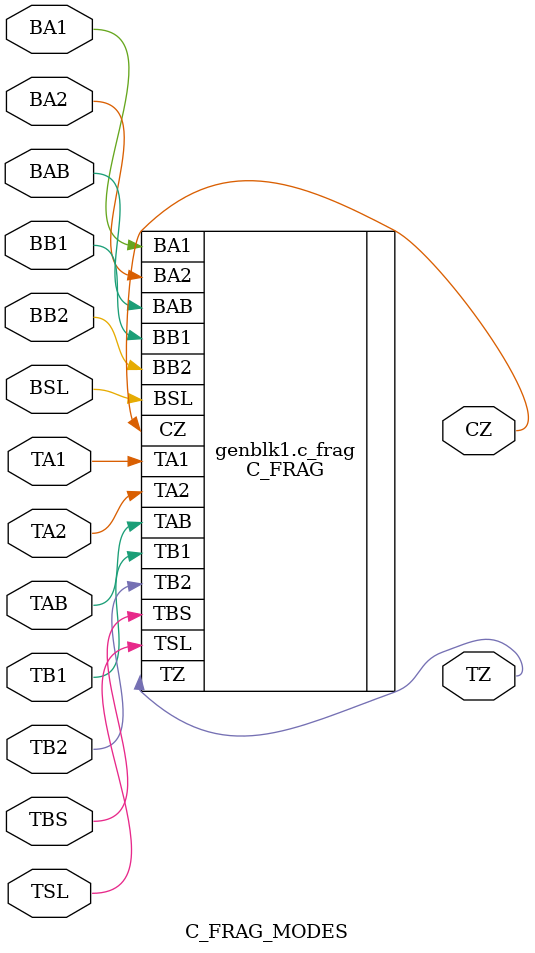
<source format=v>
`include "./c_frag.sim.v"
`include "./t_frag.sim.v"
`include "./b_frag.sim.v"

(* MODES="SINGLE;SPLIT" *)
module C_FRAG_MODES (TBS, TAB, TSL, TA1, TA2, TB1, TB2, BAB, BSL, BA1, BA2, BB1, BB2, TZ, CZ);

    // Routing ports
    input  wire TBS;

    input  wire TAB;
    input  wire TSL;
    input  wire TA1;
    input  wire TA2;
    input  wire TB1;
    input  wire TB2;

    input  wire BAB;
    input  wire BSL;
    input  wire BA1;
    input  wire BA2;
    input  wire BB1;
    input  wire BB2;

    output wire TZ;
    output wire CZ;

    parameter MODE = "SINGLE";

    // A single C_FRAG
    generate if (MODE == "SINGLE") begin

        C_FRAG c_frag (
            .TBS(TBS),
            .TAB(TAB),
            .TSL(TSL),
            .TA1(TA1),
            .TA2(TA2),
            .TB1(TB1),
            .TB2(TB2),
            .TZ (TZ),
            .BAB(BAB),
            .BSL(BSL),
            .BA1(BA1),
            .BA2(BA2),
            .BB1(BB1),
            .BB2(BB2),
            .CZ (CZ)
        );

    // A split C_FRAG consisting of a T_FRAG and a B_FRAG, both can host the
    // same cells.
    end else if (MODE == "SPLIT") begin

        // The top part a.k.a. T_FRAG
        T_FRAG t_frag (
            .TBS(TBS),
            .XAB(TAB),
            .XSL(TSL),
            .XA1(TA1),
            .XA2(TA2),
            .XB1(TB1),
            .XB2(TB2),
            .XZ (TZ)
        );

        // The bottom part a.k.a. B_FRAG
        B_FRAG b_frag (
            .TBS(TBS),
            .XAB(BAB),
            .XSL(BSL),
            .XA1(BA1),
            .XA2(BA2),
            .XB1(BB1),
            .XB2(BB2),
            .XZ (CZ)
        );

    end endgenerate

endmodule

</source>
